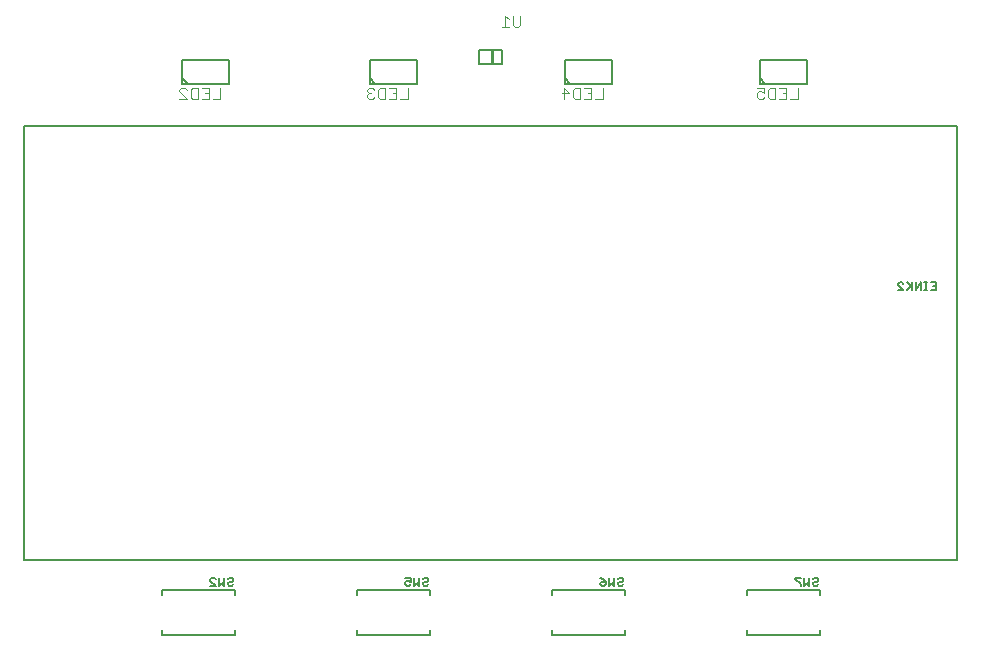
<source format=gbr>
G04 EAGLE Gerber RS-274X export*
G75*
%MOMM*%
%FSLAX34Y34*%
%LPD*%
%INSilkscreen Bottom*%
%IPPOS*%
%AMOC8*
5,1,8,0,0,1.08239X$1,22.5*%
G01*
%ADD10C,0.127000*%
%ADD11C,0.152400*%
%ADD12C,0.076200*%


D10*
X795024Y449464D02*
X5024Y449464D01*
X5024Y82464D01*
X795024Y82464D01*
X795024Y449464D01*
D11*
X776992Y317556D02*
X772586Y317556D01*
X776992Y317556D02*
X776992Y310946D01*
X772586Y310946D01*
X774789Y314251D02*
X776992Y314251D01*
X769508Y310946D02*
X767305Y310946D01*
X768406Y310946D02*
X768406Y317556D01*
X767305Y317556D02*
X769508Y317556D01*
X764518Y317556D02*
X764518Y310946D01*
X760112Y310946D02*
X764518Y317556D01*
X760112Y317556D02*
X760112Y310946D01*
X757034Y310946D02*
X757034Y317556D01*
X752628Y317556D02*
X757034Y313149D01*
X755933Y314251D02*
X752628Y310946D01*
X749550Y310946D02*
X745144Y310946D01*
X749550Y310946D02*
X745144Y315352D01*
X745144Y316454D01*
X746245Y317556D01*
X748449Y317556D01*
X749550Y316454D01*
D10*
X183400Y57100D02*
X183400Y53100D01*
X183400Y57100D02*
X121400Y57100D01*
X121400Y53100D01*
X183400Y23100D02*
X183400Y19100D01*
X121400Y19100D01*
X121400Y23100D01*
D11*
X177662Y66070D02*
X178763Y67172D01*
X180966Y67172D01*
X182068Y66070D01*
X182068Y64968D01*
X180966Y63867D01*
X178763Y63867D01*
X177662Y62765D01*
X177662Y61664D01*
X178763Y60562D01*
X180966Y60562D01*
X182068Y61664D01*
X174584Y60562D02*
X174584Y67172D01*
X172381Y62765D02*
X174584Y60562D01*
X172381Y62765D02*
X170177Y60562D01*
X170177Y67172D01*
X167100Y60562D02*
X162693Y60562D01*
X162693Y64968D02*
X167100Y60562D01*
X162693Y64968D02*
X162693Y66070D01*
X163795Y67172D01*
X165998Y67172D01*
X167100Y66070D01*
D10*
X348500Y57100D02*
X348500Y53100D01*
X348500Y57100D02*
X286500Y57100D01*
X286500Y53100D01*
X348500Y23100D02*
X348500Y19100D01*
X286500Y19100D01*
X286500Y23100D01*
D11*
X342762Y66070D02*
X343863Y67172D01*
X346066Y67172D01*
X347168Y66070D01*
X347168Y64968D01*
X346066Y63867D01*
X343863Y63867D01*
X342762Y62765D01*
X342762Y61664D01*
X343863Y60562D01*
X346066Y60562D01*
X347168Y61664D01*
X339684Y60562D02*
X339684Y67172D01*
X337481Y62765D02*
X339684Y60562D01*
X337481Y62765D02*
X335277Y60562D01*
X335277Y67172D01*
X332200Y67172D02*
X327793Y67172D01*
X332200Y67172D02*
X332200Y63867D01*
X329997Y64968D01*
X328895Y64968D01*
X327793Y63867D01*
X327793Y61664D01*
X328895Y60562D01*
X331098Y60562D01*
X332200Y61664D01*
D10*
X513600Y57100D02*
X513600Y53100D01*
X513600Y57100D02*
X451600Y57100D01*
X451600Y53100D01*
X513600Y23100D02*
X513600Y19100D01*
X451600Y19100D01*
X451600Y23100D01*
D11*
X507862Y66070D02*
X508963Y67172D01*
X511166Y67172D01*
X512268Y66070D01*
X512268Y64968D01*
X511166Y63867D01*
X508963Y63867D01*
X507862Y62765D01*
X507862Y61664D01*
X508963Y60562D01*
X511166Y60562D01*
X512268Y61664D01*
X504784Y60562D02*
X504784Y67172D01*
X502581Y62765D02*
X504784Y60562D01*
X502581Y62765D02*
X500377Y60562D01*
X500377Y67172D01*
X495097Y66070D02*
X492893Y67172D01*
X495097Y66070D02*
X497300Y63867D01*
X497300Y61664D01*
X496198Y60562D01*
X493995Y60562D01*
X492893Y61664D01*
X492893Y62765D01*
X493995Y63867D01*
X497300Y63867D01*
D10*
X678700Y57100D02*
X678700Y53100D01*
X678700Y57100D02*
X616700Y57100D01*
X616700Y53100D01*
X678700Y23100D02*
X678700Y19100D01*
X616700Y19100D01*
X616700Y23100D01*
D11*
X672962Y66070D02*
X674063Y67172D01*
X676266Y67172D01*
X677368Y66070D01*
X677368Y64968D01*
X676266Y63867D01*
X674063Y63867D01*
X672962Y62765D01*
X672962Y61664D01*
X674063Y60562D01*
X676266Y60562D01*
X677368Y61664D01*
X669884Y60562D02*
X669884Y67172D01*
X667681Y62765D02*
X669884Y60562D01*
X667681Y62765D02*
X665477Y60562D01*
X665477Y67172D01*
X662400Y67172D02*
X657993Y67172D01*
X657993Y66070D01*
X662400Y61664D01*
X662400Y60562D01*
X178750Y505300D02*
X138750Y505300D01*
X138750Y490300D01*
X138750Y485300D01*
X143750Y485300D01*
X178750Y485300D01*
X178750Y505300D01*
X143750Y485300D02*
X138750Y490300D01*
D12*
X170898Y482227D02*
X170898Y472821D01*
X164627Y472821D01*
X161543Y482227D02*
X155272Y482227D01*
X161543Y482227D02*
X161543Y472821D01*
X155272Y472821D01*
X158407Y477524D02*
X161543Y477524D01*
X152187Y482227D02*
X152187Y472821D01*
X147484Y472821D01*
X145917Y474389D01*
X145917Y480659D01*
X147484Y482227D01*
X152187Y482227D01*
X142832Y472821D02*
X136562Y472821D01*
X142832Y472821D02*
X136562Y479092D01*
X136562Y480659D01*
X138129Y482227D01*
X141265Y482227D01*
X142832Y480659D01*
D11*
X297500Y505300D02*
X337500Y505300D01*
X297500Y505300D02*
X297500Y490300D01*
X297500Y485300D01*
X302500Y485300D01*
X337500Y485300D01*
X337500Y505300D01*
X302500Y485300D02*
X297500Y490300D01*
D12*
X329648Y482227D02*
X329648Y472821D01*
X323377Y472821D01*
X320293Y482227D02*
X314022Y482227D01*
X320293Y482227D02*
X320293Y472821D01*
X314022Y472821D01*
X317157Y477524D02*
X320293Y477524D01*
X310937Y482227D02*
X310937Y472821D01*
X306234Y472821D01*
X304667Y474389D01*
X304667Y480659D01*
X306234Y482227D01*
X310937Y482227D01*
X301582Y480659D02*
X300015Y482227D01*
X296879Y482227D01*
X295312Y480659D01*
X295312Y479092D01*
X296879Y477524D01*
X298447Y477524D01*
X296879Y477524D02*
X295312Y475956D01*
X295312Y474389D01*
X296879Y472821D01*
X300015Y472821D01*
X301582Y474389D01*
D11*
X462600Y505300D02*
X502600Y505300D01*
X462600Y505300D02*
X462600Y490300D01*
X462600Y485300D01*
X467600Y485300D01*
X502600Y485300D01*
X502600Y505300D01*
X467600Y485300D02*
X462600Y490300D01*
D12*
X494748Y482227D02*
X494748Y472821D01*
X488477Y472821D01*
X485393Y482227D02*
X479122Y482227D01*
X485393Y482227D02*
X485393Y472821D01*
X479122Y472821D01*
X482257Y477524D02*
X485393Y477524D01*
X476037Y482227D02*
X476037Y472821D01*
X471334Y472821D01*
X469767Y474389D01*
X469767Y480659D01*
X471334Y482227D01*
X476037Y482227D01*
X461979Y482227D02*
X461979Y472821D01*
X466682Y477524D02*
X461979Y482227D01*
X460412Y477524D02*
X466682Y477524D01*
D11*
X627700Y505300D02*
X667700Y505300D01*
X627700Y505300D02*
X627700Y490300D01*
X627700Y485300D01*
X632700Y485300D01*
X667700Y485300D01*
X667700Y505300D01*
X632700Y485300D02*
X627700Y490300D01*
D12*
X659848Y482227D02*
X659848Y472821D01*
X653577Y472821D01*
X650493Y482227D02*
X644222Y482227D01*
X650493Y482227D02*
X650493Y472821D01*
X644222Y472821D01*
X647357Y477524D02*
X650493Y477524D01*
X641137Y482227D02*
X641137Y472821D01*
X636434Y472821D01*
X634867Y474389D01*
X634867Y480659D01*
X636434Y482227D01*
X641137Y482227D01*
X631782Y482227D02*
X625512Y482227D01*
X631782Y482227D02*
X631782Y477524D01*
X628647Y479092D01*
X627079Y479092D01*
X625512Y477524D01*
X625512Y474389D01*
X627079Y472821D01*
X630215Y472821D01*
X631782Y474389D01*
D10*
X409550Y514016D02*
X402050Y514016D01*
X401050Y514016D01*
X390550Y514016D01*
X390550Y501984D01*
X401050Y501984D01*
X402050Y501984D02*
X409550Y501984D01*
X409550Y514016D01*
X402050Y514016D02*
X402050Y501984D01*
X401050Y501984D01*
X401050Y514016D01*
D12*
X425069Y535349D02*
X425069Y543187D01*
X425069Y535349D02*
X423501Y533781D01*
X420366Y533781D01*
X418798Y535349D01*
X418798Y543187D01*
X415714Y540052D02*
X412578Y543187D01*
X412578Y533781D01*
X409443Y533781D02*
X415714Y533781D01*
M02*

</source>
